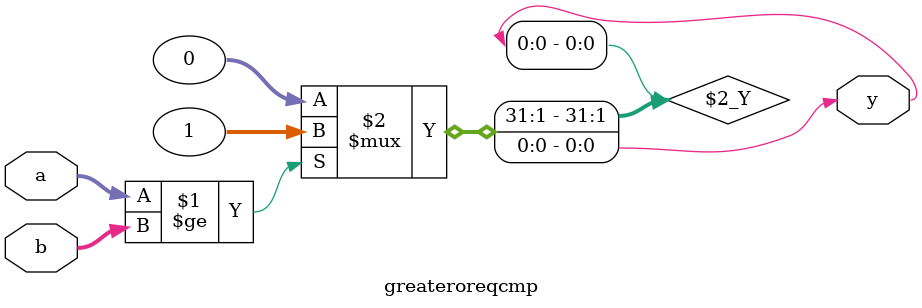
<source format=v>
`timescale 1ns / 1ps


module greateroreqcmp(
    input wire [31:0] a,b,
	output wire y
    );
    assign y = ($signed(a) >= $signed(b)) ? 1 : 0;
endmodule

</source>
